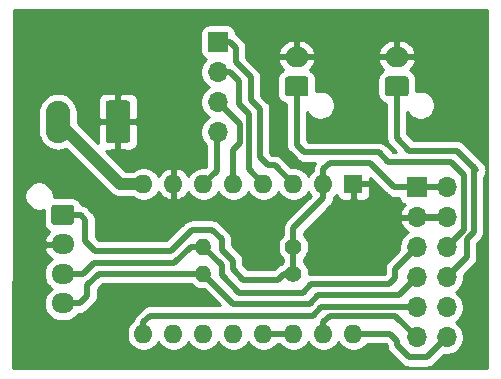
<source format=gbr>
%TF.GenerationSoftware,KiCad,Pcbnew,(5.1.6)-1*%
%TF.CreationDate,2022-03-03T12:09:35+01:00*%
%TF.ProjectId,pmod_shield,706d6f64-5f73-4686-9965-6c642e6b6963,rev?*%
%TF.SameCoordinates,Original*%
%TF.FileFunction,Copper,L2,Bot*%
%TF.FilePolarity,Positive*%
%FSLAX46Y46*%
G04 Gerber Fmt 4.6, Leading zero omitted, Abs format (unit mm)*
G04 Created by KiCad (PCBNEW (5.1.6)-1) date 2022-03-03 12:09:35*
%MOMM*%
%LPD*%
G01*
G04 APERTURE LIST*
%TA.AperFunction,ComponentPad*%
%ADD10O,1.600000X1.600000*%
%TD*%
%TA.AperFunction,ComponentPad*%
%ADD11R,1.600000X1.600000*%
%TD*%
%TA.AperFunction,ComponentPad*%
%ADD12O,2.000000X1.700000*%
%TD*%
%TA.AperFunction,ComponentPad*%
%ADD13O,1.950000X1.700000*%
%TD*%
%TA.AperFunction,ComponentPad*%
%ADD14O,2.080000X3.600000*%
%TD*%
%TA.AperFunction,ComponentPad*%
%ADD15O,1.700000X1.700000*%
%TD*%
%TA.AperFunction,ComponentPad*%
%ADD16R,1.700000X1.700000*%
%TD*%
%TA.AperFunction,ComponentPad*%
%ADD17C,1.400000*%
%TD*%
%TA.AperFunction,ComponentPad*%
%ADD18O,1.400000X1.400000*%
%TD*%
%TA.AperFunction,Conductor*%
%ADD19C,0.500000*%
%TD*%
%TA.AperFunction,Conductor*%
%ADD20C,1.000000*%
%TD*%
%TA.AperFunction,Conductor*%
%ADD21C,0.254000*%
%TD*%
G04 APERTURE END LIST*
D10*
%TO.P,A1,16*%
%TO.N,dir*%
X155638500Y-106807000D03*
%TO.P,A1,8*%
%TO.N,+12V*%
X137858500Y-94107000D03*
%TO.P,A1,15*%
%TO.N,step*%
X153098500Y-106807000D03*
%TO.P,A1,7*%
%TO.N,GND*%
X140398500Y-94107000D03*
%TO.P,A1,14*%
%TO.N,Net-(A1-Pad13)*%
X150558500Y-106807000D03*
%TO.P,A1,6*%
%TO.N,Net-(A1-Pad6)*%
X142938500Y-94107000D03*
%TO.P,A1,13*%
%TO.N,Net-(A1-Pad13)*%
X148018500Y-106807000D03*
%TO.P,A1,5*%
%TO.N,Net-(A1-Pad5)*%
X145478500Y-94107000D03*
%TO.P,A1,12*%
%TO.N,Net-(A1-Pad12)*%
X145478500Y-106807000D03*
%TO.P,A1,4*%
%TO.N,Net-(A1-Pad4)*%
X148018500Y-94107000D03*
%TO.P,A1,11*%
%TO.N,Net-(A1-Pad11)*%
X142938500Y-106807000D03*
%TO.P,A1,3*%
%TO.N,Net-(A1-Pad3)*%
X150558500Y-94107000D03*
%TO.P,A1,10*%
%TO.N,Net-(A1-Pad10)*%
X140398500Y-106807000D03*
%TO.P,A1,2*%
%TO.N,+3V3*%
X153098500Y-94107000D03*
%TO.P,A1,9*%
%TO.N,ena*%
X137858500Y-106807000D03*
D11*
%TO.P,A1,1*%
%TO.N,GND*%
X155638500Y-94107000D03*
%TD*%
D12*
%TO.P,J5,2*%
%TO.N,GND*%
X159308800Y-83352000D03*
%TO.P,J5,1*%
%TO.N,stop2*%
%TA.AperFunction,ComponentPad*%
G36*
G01*
X160058800Y-86702000D02*
X158558800Y-86702000D01*
G75*
G02*
X158308800Y-86452000I0J250000D01*
G01*
X158308800Y-85252000D01*
G75*
G02*
X158558800Y-85002000I250000J0D01*
G01*
X160058800Y-85002000D01*
G75*
G02*
X160308800Y-85252000I0J-250000D01*
G01*
X160308800Y-86452000D01*
G75*
G02*
X160058800Y-86702000I-250000J0D01*
G01*
G37*
%TD.AperFunction*%
%TD*%
%TO.P,J4,2*%
%TO.N,GND*%
X150825200Y-83352000D03*
%TO.P,J4,1*%
%TO.N,stop1*%
%TA.AperFunction,ComponentPad*%
G36*
G01*
X151575200Y-86702000D02*
X150075200Y-86702000D01*
G75*
G02*
X149825200Y-86452000I0J250000D01*
G01*
X149825200Y-85252000D01*
G75*
G02*
X150075200Y-85002000I250000J0D01*
G01*
X151575200Y-85002000D01*
G75*
G02*
X151825200Y-85252000I0J-250000D01*
G01*
X151825200Y-86452000D01*
G75*
G02*
X151575200Y-86702000I-250000J0D01*
G01*
G37*
%TD.AperFunction*%
%TD*%
D13*
%TO.P,J6,4*%
%TO.N,scl*%
X131013200Y-104223200D03*
%TO.P,J6,3*%
%TO.N,sda*%
X131013200Y-101723200D03*
%TO.P,J6,2*%
%TO.N,GND*%
X131013200Y-99223200D03*
%TO.P,J6,1*%
%TO.N,+3V3*%
%TA.AperFunction,ComponentPad*%
G36*
G01*
X130288200Y-95873200D02*
X131738200Y-95873200D01*
G75*
G02*
X131988200Y-96123200I0J-250000D01*
G01*
X131988200Y-97323200D01*
G75*
G02*
X131738200Y-97573200I-250000J0D01*
G01*
X130288200Y-97573200D01*
G75*
G02*
X130038200Y-97323200I0J250000D01*
G01*
X130038200Y-96123200D01*
G75*
G02*
X130288200Y-95873200I250000J0D01*
G01*
G37*
%TD.AperFunction*%
%TD*%
D14*
%TO.P,J3,2*%
%TO.N,+12V*%
X130619500Y-88836500D03*
%TO.P,J3,1*%
%TO.N,GND*%
%TA.AperFunction,ComponentPad*%
G36*
G01*
X136739500Y-87286499D02*
X136739500Y-90386501D01*
G75*
G02*
X136489501Y-90636500I-249999J0D01*
G01*
X134909499Y-90636500D01*
G75*
G02*
X134659500Y-90386501I0J249999D01*
G01*
X134659500Y-87286499D01*
G75*
G02*
X134909499Y-87036500I249999J0D01*
G01*
X136489501Y-87036500D01*
G75*
G02*
X136739500Y-87286499I0J-249999D01*
G01*
G37*
%TD.AperFunction*%
%TD*%
D15*
%TO.P,J2,12*%
%TO.N,dir*%
X163525200Y-107086400D03*
%TO.P,J2,11*%
%TO.N,step*%
X160985200Y-107086400D03*
%TO.P,J2,10*%
%TO.N,Net-(J2-Pad10)*%
X163525200Y-104546400D03*
%TO.P,J2,9*%
%TO.N,ena*%
X160985200Y-104546400D03*
%TO.P,J2,8*%
%TO.N,stop2*%
X163525200Y-102006400D03*
%TO.P,J2,7*%
%TO.N,scl*%
X160985200Y-102006400D03*
%TO.P,J2,6*%
%TO.N,stop1*%
X163525200Y-99466400D03*
%TO.P,J2,5*%
%TO.N,sda*%
X160985200Y-99466400D03*
%TO.P,J2,4*%
%TO.N,GND*%
X163525200Y-96926400D03*
%TO.P,J2,3*%
X160985200Y-96926400D03*
%TO.P,J2,2*%
%TO.N,+3V3*%
X163525200Y-94386400D03*
D16*
%TO.P,J2,1*%
X160985200Y-94386400D03*
%TD*%
D17*
%TO.P,R2,1*%
%TO.N,+3V3*%
X150558500Y-101701600D03*
D18*
%TO.P,R2,2*%
%TO.N,scl*%
X142938500Y-101701600D03*
%TD*%
D17*
%TO.P,R1,1*%
%TO.N,+3V3*%
X150558500Y-99415600D03*
D18*
%TO.P,R1,2*%
%TO.N,sda*%
X142938500Y-99415600D03*
%TD*%
D15*
%TO.P,J1,4*%
%TO.N,Net-(A1-Pad6)*%
X144170400Y-89712800D03*
%TO.P,J1,3*%
%TO.N,Net-(A1-Pad5)*%
X144170400Y-87172800D03*
%TO.P,J1,2*%
%TO.N,Net-(A1-Pad4)*%
X144170400Y-84632800D03*
D16*
%TO.P,J1,1*%
%TO.N,Net-(A1-Pad3)*%
X144170400Y-82092800D03*
%TD*%
D19*
%TO.N,dir*%
X161848800Y-108762800D02*
X160324800Y-108762800D01*
X163525200Y-107086400D02*
X161848800Y-108762800D01*
X155638500Y-106807000D02*
X158724600Y-106807000D01*
X158724600Y-106807000D02*
X159334200Y-107416600D01*
X159334200Y-107416600D02*
X159334200Y-107772200D01*
X160324800Y-108762800D02*
X159334200Y-107772200D01*
D20*
%TO.N,+12V*%
X135890000Y-94107000D02*
X137858500Y-94107000D01*
X130619500Y-88836500D02*
X135890000Y-94107000D01*
D19*
%TO.N,step*%
X153670000Y-105257600D02*
X159156400Y-105257600D01*
X153098500Y-106807000D02*
X153098500Y-105829100D01*
X159156400Y-105257600D02*
X160985200Y-107086400D01*
X153098500Y-105829100D02*
X153670000Y-105257600D01*
%TO.N,GND*%
X160985200Y-96926400D02*
X163525200Y-96926400D01*
%TO.N,Net-(A1-Pad13)*%
X148018500Y-106807000D02*
X150558500Y-106807000D01*
%TO.N,Net-(A1-Pad6)*%
X142938500Y-94107000D02*
X144068800Y-92976700D01*
X144068800Y-89814400D02*
X144170400Y-89712800D01*
X144068800Y-92976700D02*
X144068800Y-89814400D01*
%TO.N,Net-(A1-Pad5)*%
X145478500Y-94107000D02*
X145478500Y-91198700D01*
X145478500Y-91198700D02*
X145999200Y-90678000D01*
X145999200Y-89001600D02*
X144170400Y-87172800D01*
X145999200Y-90678000D02*
X145999200Y-89001600D01*
%TO.N,Net-(A1-Pad4)*%
X145186400Y-84632800D02*
X144170400Y-84632800D01*
X145948400Y-87376000D02*
X145948400Y-85394800D01*
X148018500Y-94107000D02*
X146761200Y-92849700D01*
X146761200Y-92849700D02*
X146761200Y-88188800D01*
X146761200Y-88188800D02*
X145948400Y-87376000D01*
X145948400Y-85394800D02*
X145186400Y-84632800D01*
%TO.N,Net-(A1-Pad3)*%
X150558500Y-94107000D02*
X148958300Y-92506800D01*
X148958300Y-92506800D02*
X148386800Y-92506800D01*
X148386800Y-92506800D02*
X147726400Y-91846400D01*
X147726400Y-91846400D02*
X147726400Y-87782400D01*
X147726400Y-87782400D02*
X146964400Y-87020400D01*
X146964400Y-87020400D02*
X146964400Y-85090000D01*
X146964400Y-85090000D02*
X145694400Y-83820000D01*
X144170400Y-82092800D02*
X145186400Y-82092800D01*
X145694400Y-82600800D02*
X145694400Y-83820000D01*
X145186400Y-82092800D02*
X145694400Y-82600800D01*
%TO.N,+3V3*%
X150558500Y-99415600D02*
X150558500Y-101701600D01*
X150558500Y-99415600D02*
X150558500Y-97853500D01*
X153098500Y-95313500D02*
X153098500Y-94107000D01*
X150558500Y-97853500D02*
X153098500Y-95313500D01*
X150558500Y-101701600D02*
X149758400Y-101701600D01*
X149758400Y-101701600D02*
X149250400Y-102209600D01*
X149250400Y-102209600D02*
X146304000Y-102209600D01*
X146304000Y-102209600D02*
X145440400Y-101346000D01*
X145440400Y-101346000D02*
X145440400Y-100634800D01*
X145440400Y-100634800D02*
X144475200Y-99669600D01*
X144475200Y-99669600D02*
X144475200Y-98806000D01*
X144475200Y-98806000D02*
X143662400Y-97993200D01*
X143662400Y-97993200D02*
X141935200Y-97993200D01*
X141935200Y-97993200D02*
X140157200Y-99771200D01*
X140157200Y-99771200D02*
X133756400Y-99771200D01*
X133756400Y-99771200D02*
X132943600Y-98958400D01*
X132943600Y-98958400D02*
X132943600Y-97129600D01*
X132537200Y-96723200D02*
X131013200Y-96723200D01*
X132943600Y-97129600D02*
X132537200Y-96723200D01*
X160985200Y-94386400D02*
X163525200Y-94386400D01*
X160985200Y-94386400D02*
X159105600Y-94386400D01*
X159105600Y-94386400D02*
X157022800Y-92303600D01*
X157022800Y-92303600D02*
X153670000Y-92303600D01*
X153098500Y-92875100D02*
X153098500Y-94107000D01*
X153670000Y-92303600D02*
X153098500Y-92875100D01*
%TO.N,ena*%
X160985200Y-104546400D02*
X152908000Y-104546400D01*
X152908000Y-104546400D02*
X152196800Y-105257600D01*
X152196800Y-105257600D02*
X138430000Y-105257600D01*
X137858500Y-105829100D02*
X137858500Y-106807000D01*
X138430000Y-105257600D02*
X137858500Y-105829100D01*
%TO.N,scl*%
X145478500Y-104241600D02*
X151942800Y-104241600D01*
X142938500Y-101701600D02*
X145478500Y-104241600D01*
X142938500Y-101701600D02*
X134061200Y-101701600D01*
X134061200Y-101701600D02*
X133096000Y-102666800D01*
X133096000Y-102666800D02*
X133096000Y-103581200D01*
X132454000Y-104223200D02*
X131013200Y-104223200D01*
X133096000Y-103581200D02*
X132454000Y-104223200D01*
X160985200Y-102006400D02*
X159461200Y-103530400D01*
X152654000Y-103530400D02*
X151942800Y-104241600D01*
X159461200Y-103530400D02*
X152654000Y-103530400D01*
%TO.N,sda*%
X145948400Y-103327200D02*
X151333200Y-103327200D01*
X144475200Y-100952300D02*
X144475200Y-101854000D01*
X142938500Y-99415600D02*
X144475200Y-100952300D01*
X144475200Y-101854000D02*
X145948400Y-103327200D01*
X133654800Y-100838000D02*
X132769600Y-101723200D01*
X132769600Y-101723200D02*
X131013200Y-101723200D01*
X140462000Y-100838000D02*
X133654800Y-100838000D01*
X142938500Y-99415600D02*
X141884400Y-99415600D01*
X141884400Y-99415600D02*
X140462000Y-100838000D01*
X160985200Y-99466400D02*
X159156400Y-101295200D01*
X159156400Y-101295200D02*
X159156400Y-102057200D01*
X158623000Y-102590600D02*
X152069800Y-102590600D01*
X159156400Y-102057200D02*
X158623000Y-102590600D01*
X151333200Y-103327200D02*
X152069800Y-102590600D01*
%TO.N,stop2*%
X163525200Y-102006400D02*
X165252400Y-100279200D01*
X164388800Y-91287600D02*
X160375600Y-91287600D01*
X159308800Y-90220800D02*
X159308800Y-85852000D01*
X160375600Y-91287600D02*
X159308800Y-90220800D01*
X165252400Y-99466400D02*
X165252400Y-99161600D01*
X165252400Y-99466400D02*
X165252400Y-98729163D01*
X165252400Y-100279200D02*
X165252400Y-99466400D01*
X165658800Y-92557600D02*
X165811200Y-92710000D01*
X165658800Y-92557600D02*
X164388800Y-91287600D01*
X166014400Y-92913200D02*
X165658800Y-92557600D01*
X165811200Y-92710000D02*
X165811200Y-98145600D01*
X165811200Y-98145600D02*
X165823581Y-98157981D01*
X165252400Y-98729163D02*
X165823581Y-98157981D01*
%TO.N,stop1*%
X164769800Y-98221800D02*
X163525200Y-99466400D01*
X150825200Y-90779600D02*
X150825200Y-85852000D01*
X151485600Y-91440000D02*
X150825200Y-90779600D01*
X164998400Y-97993200D02*
X164998400Y-93370400D01*
X163880800Y-92252800D02*
X158597600Y-92252800D01*
X164769800Y-98221800D02*
X164998400Y-97993200D01*
X157784800Y-91440000D02*
X151485600Y-91440000D01*
X164998400Y-93370400D02*
X163880800Y-92252800D01*
X158597600Y-92252800D02*
X157784800Y-91440000D01*
%TD*%
D21*
%TO.N,GND*%
G36*
X166980001Y-109728400D02*
G01*
X126848916Y-109728400D01*
X126887167Y-95001563D01*
X127778200Y-95001563D01*
X127778200Y-95244837D01*
X127825660Y-95483436D01*
X127918757Y-95708192D01*
X128053913Y-95910467D01*
X128225933Y-96082487D01*
X128428208Y-96217643D01*
X128652964Y-96310740D01*
X128891563Y-96358200D01*
X129134837Y-96358200D01*
X129373436Y-96310740D01*
X129400128Y-96299684D01*
X129400128Y-97323200D01*
X129417192Y-97496454D01*
X129467728Y-97663050D01*
X129549795Y-97816586D01*
X129660238Y-97951162D01*
X129794814Y-98061605D01*
X129900161Y-98117914D01*
X129878771Y-98134151D01*
X129685704Y-98352007D01*
X129538848Y-98603342D01*
X129446724Y-98866310D01*
X129568045Y-99096200D01*
X130886200Y-99096200D01*
X130886200Y-99076200D01*
X131140200Y-99076200D01*
X131140200Y-99096200D01*
X131160200Y-99096200D01*
X131160200Y-99350200D01*
X131140200Y-99350200D01*
X131140200Y-99370200D01*
X130886200Y-99370200D01*
X130886200Y-99350200D01*
X129568045Y-99350200D01*
X129446724Y-99580090D01*
X129538848Y-99843058D01*
X129685704Y-100094393D01*
X129878771Y-100312249D01*
X130084922Y-100468738D01*
X130059186Y-100482494D01*
X129833066Y-100668066D01*
X129647494Y-100894186D01*
X129509601Y-101152166D01*
X129424687Y-101432089D01*
X129396015Y-101723200D01*
X129424687Y-102014311D01*
X129509601Y-102294234D01*
X129647494Y-102552214D01*
X129833066Y-102778334D01*
X130059186Y-102963906D01*
X130076574Y-102973200D01*
X130059186Y-102982494D01*
X129833066Y-103168066D01*
X129647494Y-103394186D01*
X129509601Y-103652166D01*
X129424687Y-103932089D01*
X129396015Y-104223200D01*
X129424687Y-104514311D01*
X129509601Y-104794234D01*
X129647494Y-105052214D01*
X129833066Y-105278334D01*
X130059186Y-105463906D01*
X130317166Y-105601799D01*
X130597089Y-105686713D01*
X130815250Y-105708200D01*
X131211150Y-105708200D01*
X131429311Y-105686713D01*
X131709234Y-105601799D01*
X131967214Y-105463906D01*
X132193334Y-105278334D01*
X132332959Y-105108200D01*
X132410531Y-105108200D01*
X132454000Y-105112481D01*
X132497469Y-105108200D01*
X132497477Y-105108200D01*
X132627490Y-105095395D01*
X132794313Y-105044789D01*
X132948059Y-104962611D01*
X133082817Y-104852017D01*
X133110534Y-104818244D01*
X133691049Y-104237730D01*
X133724817Y-104210017D01*
X133794223Y-104125447D01*
X133835410Y-104075260D01*
X133839232Y-104068110D01*
X133917589Y-103921513D01*
X133968195Y-103754690D01*
X133981000Y-103624677D01*
X133981000Y-103624667D01*
X133985281Y-103581201D01*
X133981000Y-103537735D01*
X133981000Y-103033378D01*
X134427779Y-102586600D01*
X141935525Y-102586600D01*
X142087487Y-102738562D01*
X142306141Y-102884661D01*
X142549095Y-102985296D01*
X142807014Y-103036600D01*
X143021922Y-103036600D01*
X144357921Y-104372600D01*
X138473466Y-104372600D01*
X138429999Y-104368319D01*
X138386533Y-104372600D01*
X138386523Y-104372600D01*
X138256510Y-104385405D01*
X138089687Y-104436011D01*
X137935941Y-104518189D01*
X137801183Y-104628783D01*
X137773468Y-104662554D01*
X137263456Y-105172566D01*
X137229683Y-105200283D01*
X137119089Y-105335042D01*
X137036911Y-105488788D01*
X136986305Y-105655611D01*
X136985429Y-105664508D01*
X136943741Y-105692363D01*
X136743863Y-105892241D01*
X136586820Y-106127273D01*
X136478647Y-106388426D01*
X136423500Y-106665665D01*
X136423500Y-106948335D01*
X136478647Y-107225574D01*
X136586820Y-107486727D01*
X136743863Y-107721759D01*
X136943741Y-107921637D01*
X137178773Y-108078680D01*
X137439926Y-108186853D01*
X137717165Y-108242000D01*
X137999835Y-108242000D01*
X138277074Y-108186853D01*
X138538227Y-108078680D01*
X138773259Y-107921637D01*
X138973137Y-107721759D01*
X139128500Y-107489241D01*
X139283863Y-107721759D01*
X139483741Y-107921637D01*
X139718773Y-108078680D01*
X139979926Y-108186853D01*
X140257165Y-108242000D01*
X140539835Y-108242000D01*
X140817074Y-108186853D01*
X141078227Y-108078680D01*
X141313259Y-107921637D01*
X141513137Y-107721759D01*
X141668500Y-107489241D01*
X141823863Y-107721759D01*
X142023741Y-107921637D01*
X142258773Y-108078680D01*
X142519926Y-108186853D01*
X142797165Y-108242000D01*
X143079835Y-108242000D01*
X143357074Y-108186853D01*
X143618227Y-108078680D01*
X143853259Y-107921637D01*
X144053137Y-107721759D01*
X144208500Y-107489241D01*
X144363863Y-107721759D01*
X144563741Y-107921637D01*
X144798773Y-108078680D01*
X145059926Y-108186853D01*
X145337165Y-108242000D01*
X145619835Y-108242000D01*
X145897074Y-108186853D01*
X146158227Y-108078680D01*
X146393259Y-107921637D01*
X146593137Y-107721759D01*
X146748500Y-107489241D01*
X146903863Y-107721759D01*
X147103741Y-107921637D01*
X147338773Y-108078680D01*
X147599926Y-108186853D01*
X147877165Y-108242000D01*
X148159835Y-108242000D01*
X148437074Y-108186853D01*
X148698227Y-108078680D01*
X148933259Y-107921637D01*
X149133137Y-107721759D01*
X149153021Y-107692000D01*
X149423979Y-107692000D01*
X149443863Y-107721759D01*
X149643741Y-107921637D01*
X149878773Y-108078680D01*
X150139926Y-108186853D01*
X150417165Y-108242000D01*
X150699835Y-108242000D01*
X150977074Y-108186853D01*
X151238227Y-108078680D01*
X151473259Y-107921637D01*
X151673137Y-107721759D01*
X151828500Y-107489241D01*
X151983863Y-107721759D01*
X152183741Y-107921637D01*
X152418773Y-108078680D01*
X152679926Y-108186853D01*
X152957165Y-108242000D01*
X153239835Y-108242000D01*
X153517074Y-108186853D01*
X153778227Y-108078680D01*
X154013259Y-107921637D01*
X154213137Y-107721759D01*
X154368500Y-107489241D01*
X154523863Y-107721759D01*
X154723741Y-107921637D01*
X154958773Y-108078680D01*
X155219926Y-108186853D01*
X155497165Y-108242000D01*
X155779835Y-108242000D01*
X156057074Y-108186853D01*
X156318227Y-108078680D01*
X156553259Y-107921637D01*
X156753137Y-107721759D01*
X156773021Y-107692000D01*
X158358022Y-107692000D01*
X158445651Y-107779629D01*
X158449200Y-107815669D01*
X158449200Y-107815677D01*
X158462005Y-107945690D01*
X158512611Y-108112513D01*
X158594789Y-108266259D01*
X158705384Y-108401017D01*
X158739151Y-108428729D01*
X159668270Y-109357849D01*
X159695983Y-109391617D01*
X159729751Y-109419330D01*
X159729753Y-109419332D01*
X159801252Y-109478010D01*
X159830741Y-109502211D01*
X159984487Y-109584389D01*
X160100703Y-109619643D01*
X160151309Y-109634995D01*
X160166106Y-109636452D01*
X160281323Y-109647800D01*
X160281331Y-109647800D01*
X160324800Y-109652081D01*
X160368269Y-109647800D01*
X161805331Y-109647800D01*
X161848800Y-109652081D01*
X161892269Y-109647800D01*
X161892277Y-109647800D01*
X162022290Y-109634995D01*
X162189113Y-109584389D01*
X162342859Y-109502211D01*
X162477617Y-109391617D01*
X162505334Y-109357844D01*
X163306240Y-108556939D01*
X163378940Y-108571400D01*
X163671460Y-108571400D01*
X163958358Y-108514332D01*
X164228611Y-108402390D01*
X164471832Y-108239875D01*
X164678675Y-108033032D01*
X164841190Y-107789811D01*
X164953132Y-107519558D01*
X165010200Y-107232660D01*
X165010200Y-106940140D01*
X164953132Y-106653242D01*
X164841190Y-106382989D01*
X164678675Y-106139768D01*
X164471832Y-105932925D01*
X164297440Y-105816400D01*
X164471832Y-105699875D01*
X164678675Y-105493032D01*
X164841190Y-105249811D01*
X164953132Y-104979558D01*
X165010200Y-104692660D01*
X165010200Y-104400140D01*
X164953132Y-104113242D01*
X164841190Y-103842989D01*
X164678675Y-103599768D01*
X164471832Y-103392925D01*
X164297440Y-103276400D01*
X164471832Y-103159875D01*
X164678675Y-102953032D01*
X164841190Y-102709811D01*
X164953132Y-102439558D01*
X165010200Y-102152660D01*
X165010200Y-101860140D01*
X164995739Y-101787440D01*
X165847450Y-100935729D01*
X165881217Y-100908017D01*
X165926431Y-100852925D01*
X165991811Y-100773259D01*
X166073989Y-100619514D01*
X166124595Y-100452690D01*
X166127053Y-100427732D01*
X166137400Y-100322677D01*
X166137400Y-100322669D01*
X166141681Y-100279200D01*
X166137400Y-100235731D01*
X166137400Y-99095741D01*
X166418628Y-98814512D01*
X166452398Y-98786798D01*
X166496868Y-98732611D01*
X166562992Y-98652040D01*
X166645170Y-98498294D01*
X166695776Y-98331471D01*
X166712862Y-98157980D01*
X166696200Y-97988795D01*
X166696200Y-93477457D01*
X166753810Y-93407258D01*
X166835988Y-93253513D01*
X166886594Y-93086689D01*
X166903681Y-92913199D01*
X166886594Y-92739709D01*
X166835988Y-92572886D01*
X166753810Y-92419141D01*
X166670932Y-92318154D01*
X166467732Y-92114954D01*
X166440017Y-92081183D01*
X166406245Y-92053467D01*
X166315337Y-91962559D01*
X166315332Y-91962553D01*
X165045334Y-90692556D01*
X165017617Y-90658783D01*
X164882859Y-90548189D01*
X164729113Y-90466011D01*
X164562290Y-90415405D01*
X164432277Y-90402600D01*
X164432269Y-90402600D01*
X164388800Y-90398319D01*
X164345331Y-90402600D01*
X160742179Y-90402600D01*
X160193800Y-89854222D01*
X160193800Y-87987363D01*
X160214357Y-88036992D01*
X160349513Y-88239267D01*
X160521533Y-88411287D01*
X160723808Y-88546443D01*
X160948564Y-88639540D01*
X161187163Y-88687000D01*
X161430437Y-88687000D01*
X161669036Y-88639540D01*
X161893792Y-88546443D01*
X162096067Y-88411287D01*
X162268087Y-88239267D01*
X162403243Y-88036992D01*
X162496340Y-87812236D01*
X162543800Y-87573637D01*
X162543800Y-87330363D01*
X162496340Y-87091764D01*
X162403243Y-86867008D01*
X162268087Y-86664733D01*
X162096067Y-86492713D01*
X161893792Y-86357557D01*
X161669036Y-86264460D01*
X161430437Y-86217000D01*
X161187163Y-86217000D01*
X160948564Y-86264460D01*
X160946872Y-86265161D01*
X160946872Y-85252000D01*
X160929808Y-85078746D01*
X160879272Y-84912150D01*
X160797205Y-84758614D01*
X160686762Y-84624038D01*
X160552186Y-84513595D01*
X160450207Y-84459086D01*
X160450595Y-84458802D01*
X160647464Y-84244046D01*
X160798654Y-83995009D01*
X160898354Y-83721261D01*
X160900276Y-83708890D01*
X160778955Y-83479000D01*
X159435800Y-83479000D01*
X159435800Y-83499000D01*
X159181800Y-83499000D01*
X159181800Y-83479000D01*
X157838645Y-83479000D01*
X157717324Y-83708890D01*
X157719246Y-83721261D01*
X157818946Y-83995009D01*
X157970136Y-84244046D01*
X158167005Y-84458802D01*
X158167393Y-84459086D01*
X158065414Y-84513595D01*
X157930838Y-84624038D01*
X157820395Y-84758614D01*
X157738328Y-84912150D01*
X157687792Y-85078746D01*
X157670728Y-85252000D01*
X157670728Y-86452000D01*
X157687792Y-86625254D01*
X157738328Y-86791850D01*
X157820395Y-86945386D01*
X157930838Y-87079962D01*
X158065414Y-87190405D01*
X158218950Y-87272472D01*
X158385546Y-87323008D01*
X158423801Y-87326776D01*
X158423800Y-90177331D01*
X158419519Y-90220800D01*
X158423800Y-90264269D01*
X158423800Y-90264276D01*
X158433251Y-90360236D01*
X158436605Y-90394290D01*
X158443255Y-90416211D01*
X158487211Y-90561112D01*
X158569389Y-90714858D01*
X158679983Y-90849617D01*
X158713756Y-90877334D01*
X159204222Y-91367800D01*
X158964179Y-91367800D01*
X158441334Y-90844956D01*
X158413617Y-90811183D01*
X158278859Y-90700589D01*
X158125113Y-90618411D01*
X157958290Y-90567805D01*
X157828277Y-90555000D01*
X157828269Y-90555000D01*
X157784800Y-90550719D01*
X157741331Y-90555000D01*
X151852179Y-90555000D01*
X151710200Y-90413022D01*
X151710200Y-87987363D01*
X151730757Y-88036992D01*
X151865913Y-88239267D01*
X152037933Y-88411287D01*
X152240208Y-88546443D01*
X152464964Y-88639540D01*
X152703563Y-88687000D01*
X152946837Y-88687000D01*
X153185436Y-88639540D01*
X153410192Y-88546443D01*
X153612467Y-88411287D01*
X153784487Y-88239267D01*
X153919643Y-88036992D01*
X154012740Y-87812236D01*
X154060200Y-87573637D01*
X154060200Y-87330363D01*
X154012740Y-87091764D01*
X153919643Y-86867008D01*
X153784487Y-86664733D01*
X153612467Y-86492713D01*
X153410192Y-86357557D01*
X153185436Y-86264460D01*
X152946837Y-86217000D01*
X152703563Y-86217000D01*
X152464964Y-86264460D01*
X152463272Y-86265161D01*
X152463272Y-85252000D01*
X152446208Y-85078746D01*
X152395672Y-84912150D01*
X152313605Y-84758614D01*
X152203162Y-84624038D01*
X152068586Y-84513595D01*
X151966607Y-84459086D01*
X151966995Y-84458802D01*
X152163864Y-84244046D01*
X152315054Y-83995009D01*
X152414754Y-83721261D01*
X152416676Y-83708890D01*
X152295355Y-83479000D01*
X150952200Y-83479000D01*
X150952200Y-83499000D01*
X150698200Y-83499000D01*
X150698200Y-83479000D01*
X149355045Y-83479000D01*
X149233724Y-83708890D01*
X149235646Y-83721261D01*
X149335346Y-83995009D01*
X149486536Y-84244046D01*
X149683405Y-84458802D01*
X149683793Y-84459086D01*
X149581814Y-84513595D01*
X149447238Y-84624038D01*
X149336795Y-84758614D01*
X149254728Y-84912150D01*
X149204192Y-85078746D01*
X149187128Y-85252000D01*
X149187128Y-86452000D01*
X149204192Y-86625254D01*
X149254728Y-86791850D01*
X149336795Y-86945386D01*
X149447238Y-87079962D01*
X149581814Y-87190405D01*
X149735350Y-87272472D01*
X149901946Y-87323008D01*
X149940201Y-87326776D01*
X149940200Y-90736131D01*
X149935919Y-90779600D01*
X149940200Y-90823069D01*
X149940200Y-90823076D01*
X149951412Y-90936914D01*
X149953005Y-90953090D01*
X149966007Y-90995950D01*
X150003611Y-91119912D01*
X150085789Y-91273658D01*
X150196383Y-91408417D01*
X150230156Y-91436134D01*
X150829070Y-92035049D01*
X150856783Y-92068817D01*
X150890551Y-92096530D01*
X150890553Y-92096532D01*
X150991541Y-92179411D01*
X151145286Y-92261589D01*
X151283780Y-92303601D01*
X151312110Y-92312195D01*
X151442123Y-92325000D01*
X151442131Y-92325000D01*
X151485600Y-92329281D01*
X151529069Y-92325000D01*
X152405082Y-92325000D01*
X152359089Y-92381042D01*
X152276911Y-92534788D01*
X152241657Y-92651004D01*
X152235288Y-92672000D01*
X152226305Y-92701611D01*
X152213500Y-92831624D01*
X152213500Y-92831631D01*
X152209219Y-92875100D01*
X152213500Y-92918570D01*
X152213500Y-92972479D01*
X152183741Y-92992363D01*
X151983863Y-93192241D01*
X151828500Y-93424759D01*
X151673137Y-93192241D01*
X151473259Y-92992363D01*
X151238227Y-92835320D01*
X150977074Y-92727147D01*
X150699835Y-92672000D01*
X150417165Y-92672000D01*
X150382061Y-92678983D01*
X149614834Y-91911756D01*
X149587117Y-91877983D01*
X149452359Y-91767389D01*
X149298613Y-91685211D01*
X149131790Y-91634605D01*
X149001777Y-91621800D01*
X149001769Y-91621800D01*
X148958300Y-91617519D01*
X148914831Y-91621800D01*
X148753379Y-91621800D01*
X148611400Y-91479822D01*
X148611400Y-87825869D01*
X148615681Y-87782400D01*
X148611400Y-87738931D01*
X148611400Y-87738923D01*
X148598595Y-87608910D01*
X148547989Y-87442087D01*
X148465811Y-87288341D01*
X148395371Y-87202510D01*
X148382932Y-87187353D01*
X148382930Y-87187351D01*
X148355217Y-87153583D01*
X148321449Y-87125870D01*
X147849400Y-86653822D01*
X147849400Y-85133465D01*
X147853681Y-85089999D01*
X147849400Y-85046533D01*
X147849400Y-85046523D01*
X147836595Y-84916510D01*
X147785989Y-84749687D01*
X147703811Y-84595941D01*
X147593217Y-84461183D01*
X147559449Y-84433470D01*
X146579400Y-83453422D01*
X146579400Y-82995110D01*
X149233724Y-82995110D01*
X149355045Y-83225000D01*
X150698200Y-83225000D01*
X150698200Y-82024768D01*
X150952200Y-82024768D01*
X150952200Y-83225000D01*
X152295355Y-83225000D01*
X152416676Y-82995110D01*
X157717324Y-82995110D01*
X157838645Y-83225000D01*
X159181800Y-83225000D01*
X159181800Y-82024768D01*
X159435800Y-82024768D01*
X159435800Y-83225000D01*
X160778955Y-83225000D01*
X160900276Y-82995110D01*
X160898354Y-82982739D01*
X160798654Y-82708991D01*
X160647464Y-82459954D01*
X160450595Y-82245198D01*
X160215612Y-82072975D01*
X159951545Y-81949904D01*
X159668542Y-81880715D01*
X159435800Y-82024768D01*
X159181800Y-82024768D01*
X158949058Y-81880715D01*
X158666055Y-81949904D01*
X158401988Y-82072975D01*
X158167005Y-82245198D01*
X157970136Y-82459954D01*
X157818946Y-82708991D01*
X157719246Y-82982739D01*
X157717324Y-82995110D01*
X152416676Y-82995110D01*
X152414754Y-82982739D01*
X152315054Y-82708991D01*
X152163864Y-82459954D01*
X151966995Y-82245198D01*
X151732012Y-82072975D01*
X151467945Y-81949904D01*
X151184942Y-81880715D01*
X150952200Y-82024768D01*
X150698200Y-82024768D01*
X150465458Y-81880715D01*
X150182455Y-81949904D01*
X149918388Y-82072975D01*
X149683405Y-82245198D01*
X149486536Y-82459954D01*
X149335346Y-82708991D01*
X149235646Y-82982739D01*
X149233724Y-82995110D01*
X146579400Y-82995110D01*
X146579400Y-82644265D01*
X146583681Y-82600799D01*
X146579400Y-82557333D01*
X146579400Y-82557323D01*
X146566595Y-82427310D01*
X146515989Y-82260487D01*
X146433811Y-82106741D01*
X146323217Y-81971983D01*
X146289445Y-81944267D01*
X145842934Y-81497756D01*
X145815217Y-81463983D01*
X145680459Y-81353389D01*
X145658472Y-81341637D01*
X145658472Y-81242800D01*
X145646212Y-81118318D01*
X145609902Y-80998620D01*
X145550937Y-80888306D01*
X145471585Y-80791615D01*
X145374894Y-80712263D01*
X145264580Y-80653298D01*
X145144882Y-80616988D01*
X145020400Y-80604728D01*
X143320400Y-80604728D01*
X143195918Y-80616988D01*
X143076220Y-80653298D01*
X142965906Y-80712263D01*
X142869215Y-80791615D01*
X142789863Y-80888306D01*
X142730898Y-80998620D01*
X142694588Y-81118318D01*
X142682328Y-81242800D01*
X142682328Y-82942800D01*
X142694588Y-83067282D01*
X142730898Y-83186980D01*
X142789863Y-83297294D01*
X142869215Y-83393985D01*
X142965906Y-83473337D01*
X143076220Y-83532302D01*
X143148780Y-83554313D01*
X143016925Y-83686168D01*
X142854410Y-83929389D01*
X142742468Y-84199642D01*
X142685400Y-84486540D01*
X142685400Y-84779060D01*
X142742468Y-85065958D01*
X142854410Y-85336211D01*
X143016925Y-85579432D01*
X143223768Y-85786275D01*
X143398160Y-85902800D01*
X143223768Y-86019325D01*
X143016925Y-86226168D01*
X142854410Y-86469389D01*
X142742468Y-86739642D01*
X142685400Y-87026540D01*
X142685400Y-87319060D01*
X142742468Y-87605958D01*
X142854410Y-87876211D01*
X143016925Y-88119432D01*
X143223768Y-88326275D01*
X143398160Y-88442800D01*
X143223768Y-88559325D01*
X143016925Y-88766168D01*
X142854410Y-89009389D01*
X142742468Y-89279642D01*
X142685400Y-89566540D01*
X142685400Y-89859060D01*
X142742468Y-90145958D01*
X142854410Y-90416211D01*
X143016925Y-90659432D01*
X143183801Y-90826308D01*
X143183800Y-92610121D01*
X143114939Y-92678983D01*
X143079835Y-92672000D01*
X142797165Y-92672000D01*
X142519926Y-92727147D01*
X142258773Y-92835320D01*
X142023741Y-92992363D01*
X141823863Y-93192241D01*
X141666820Y-93427273D01*
X141662433Y-93437865D01*
X141550885Y-93251869D01*
X141361914Y-93043481D01*
X141135920Y-92875963D01*
X140881587Y-92755754D01*
X140747539Y-92715096D01*
X140525500Y-92837085D01*
X140525500Y-93980000D01*
X140545500Y-93980000D01*
X140545500Y-94234000D01*
X140525500Y-94234000D01*
X140525500Y-95376915D01*
X140747539Y-95498904D01*
X140881587Y-95458246D01*
X141135920Y-95338037D01*
X141361914Y-95170519D01*
X141550885Y-94962131D01*
X141662433Y-94776135D01*
X141666820Y-94786727D01*
X141823863Y-95021759D01*
X142023741Y-95221637D01*
X142258773Y-95378680D01*
X142519926Y-95486853D01*
X142797165Y-95542000D01*
X143079835Y-95542000D01*
X143357074Y-95486853D01*
X143618227Y-95378680D01*
X143853259Y-95221637D01*
X144053137Y-95021759D01*
X144208500Y-94789241D01*
X144363863Y-95021759D01*
X144563741Y-95221637D01*
X144798773Y-95378680D01*
X145059926Y-95486853D01*
X145337165Y-95542000D01*
X145619835Y-95542000D01*
X145897074Y-95486853D01*
X146158227Y-95378680D01*
X146393259Y-95221637D01*
X146593137Y-95021759D01*
X146748500Y-94789241D01*
X146903863Y-95021759D01*
X147103741Y-95221637D01*
X147338773Y-95378680D01*
X147599926Y-95486853D01*
X147877165Y-95542000D01*
X148159835Y-95542000D01*
X148437074Y-95486853D01*
X148698227Y-95378680D01*
X148933259Y-95221637D01*
X149133137Y-95021759D01*
X149288500Y-94789241D01*
X149443863Y-95021759D01*
X149643741Y-95221637D01*
X149878773Y-95378680D01*
X150139926Y-95486853D01*
X150417165Y-95542000D01*
X150699835Y-95542000D01*
X150977074Y-95486853D01*
X151238227Y-95378680D01*
X151473259Y-95221637D01*
X151673137Y-95021759D01*
X151828500Y-94789241D01*
X151983863Y-95021759D01*
X152061263Y-95099159D01*
X149963451Y-97196971D01*
X149929684Y-97224683D01*
X149901971Y-97258451D01*
X149901968Y-97258454D01*
X149819090Y-97359441D01*
X149736912Y-97513187D01*
X149686305Y-97680010D01*
X149669219Y-97853500D01*
X149673501Y-97896979D01*
X149673501Y-98412624D01*
X149521538Y-98564587D01*
X149375439Y-98783241D01*
X149274804Y-99026195D01*
X149223500Y-99284114D01*
X149223500Y-99547086D01*
X149274804Y-99805005D01*
X149375439Y-100047959D01*
X149521538Y-100266613D01*
X149673500Y-100418575D01*
X149673501Y-100698624D01*
X149524349Y-100847776D01*
X149418087Y-100880011D01*
X149264341Y-100962189D01*
X149129583Y-101072783D01*
X149101866Y-101106556D01*
X148883822Y-101324600D01*
X146670579Y-101324600D01*
X146325400Y-100979422D01*
X146325400Y-100678269D01*
X146329681Y-100634800D01*
X146325400Y-100591331D01*
X146325400Y-100591323D01*
X146312595Y-100461310D01*
X146311665Y-100458242D01*
X146294002Y-100400017D01*
X146261989Y-100294487D01*
X146179811Y-100140741D01*
X146151062Y-100105710D01*
X146096932Y-100039753D01*
X146096930Y-100039751D01*
X146069217Y-100005983D01*
X146035449Y-99978270D01*
X145360200Y-99303022D01*
X145360200Y-98849469D01*
X145364481Y-98806000D01*
X145360200Y-98762531D01*
X145360200Y-98762523D01*
X145347395Y-98632510D01*
X145296789Y-98465687D01*
X145214611Y-98311941D01*
X145180648Y-98270557D01*
X145131732Y-98210953D01*
X145131730Y-98210951D01*
X145104017Y-98177183D01*
X145070249Y-98149470D01*
X144318934Y-97398156D01*
X144291217Y-97364383D01*
X144156459Y-97253789D01*
X144002713Y-97171611D01*
X143835890Y-97121005D01*
X143705877Y-97108200D01*
X143705869Y-97108200D01*
X143662400Y-97103919D01*
X143618931Y-97108200D01*
X141978669Y-97108200D01*
X141935200Y-97103919D01*
X141891731Y-97108200D01*
X141891723Y-97108200D01*
X141761710Y-97121005D01*
X141594887Y-97171611D01*
X141509485Y-97217259D01*
X141441141Y-97253789D01*
X141340153Y-97336668D01*
X141340151Y-97336670D01*
X141306383Y-97364383D01*
X141278670Y-97398151D01*
X139790622Y-98886200D01*
X134122979Y-98886200D01*
X133828600Y-98591822D01*
X133828600Y-97173065D01*
X133832881Y-97129599D01*
X133828600Y-97086133D01*
X133828600Y-97086123D01*
X133815795Y-96956110D01*
X133765189Y-96789287D01*
X133683011Y-96635541D01*
X133572417Y-96500783D01*
X133538644Y-96473066D01*
X133193734Y-96128156D01*
X133166017Y-96094383D01*
X133031259Y-95983789D01*
X132877513Y-95901611D01*
X132710690Y-95851005D01*
X132580677Y-95838200D01*
X132580669Y-95838200D01*
X132575145Y-95837656D01*
X132558672Y-95783350D01*
X132476605Y-95629814D01*
X132366162Y-95495238D01*
X132231586Y-95384795D01*
X132078050Y-95302728D01*
X131911454Y-95252192D01*
X131738200Y-95235128D01*
X130288200Y-95235128D01*
X130248200Y-95239068D01*
X130248200Y-95001563D01*
X130200740Y-94762964D01*
X130107643Y-94538208D01*
X129972487Y-94335933D01*
X129800467Y-94163913D01*
X129598192Y-94028757D01*
X129373436Y-93935660D01*
X129134837Y-93888200D01*
X128891563Y-93888200D01*
X128652964Y-93935660D01*
X128428208Y-94028757D01*
X128225933Y-94163913D01*
X128053913Y-94335933D01*
X127918757Y-94538208D01*
X127825660Y-94762964D01*
X127778200Y-95001563D01*
X126887167Y-95001563D01*
X126897915Y-90863684D01*
X126898000Y-90862819D01*
X126898000Y-90830881D01*
X126898081Y-90799696D01*
X126898000Y-90798851D01*
X126898000Y-87994218D01*
X128944500Y-87994218D01*
X128944500Y-89678781D01*
X128968736Y-89924856D01*
X129064515Y-90240595D01*
X129220050Y-90531581D01*
X129429366Y-90786634D01*
X129684418Y-90995950D01*
X129975404Y-91151485D01*
X130291143Y-91247264D01*
X130619500Y-91279604D01*
X130947856Y-91247264D01*
X131263595Y-91151485D01*
X131306448Y-91128580D01*
X135048013Y-94870146D01*
X135083551Y-94913449D01*
X135126854Y-94948987D01*
X135126856Y-94948989D01*
X135256377Y-95055284D01*
X135453553Y-95160676D01*
X135667501Y-95225577D01*
X135890000Y-95247491D01*
X135945752Y-95242000D01*
X136974216Y-95242000D01*
X137178773Y-95378680D01*
X137439926Y-95486853D01*
X137717165Y-95542000D01*
X137999835Y-95542000D01*
X138277074Y-95486853D01*
X138538227Y-95378680D01*
X138773259Y-95221637D01*
X138973137Y-95021759D01*
X139130180Y-94786727D01*
X139134567Y-94776135D01*
X139246115Y-94962131D01*
X139435086Y-95170519D01*
X139661080Y-95338037D01*
X139915413Y-95458246D01*
X140049461Y-95498904D01*
X140271500Y-95376915D01*
X140271500Y-94234000D01*
X140251500Y-94234000D01*
X140251500Y-93980000D01*
X140271500Y-93980000D01*
X140271500Y-92837085D01*
X140049461Y-92715096D01*
X139915413Y-92755754D01*
X139661080Y-92875963D01*
X139435086Y-93043481D01*
X139246115Y-93251869D01*
X139134567Y-93437865D01*
X139130180Y-93427273D01*
X138973137Y-93192241D01*
X138773259Y-92992363D01*
X138538227Y-92835320D01*
X138277074Y-92727147D01*
X137999835Y-92672000D01*
X137717165Y-92672000D01*
X137439926Y-92727147D01*
X137178773Y-92835320D01*
X136974216Y-92972000D01*
X136360133Y-92972000D01*
X134662691Y-91274559D01*
X135413750Y-91271500D01*
X135572500Y-91112750D01*
X135572500Y-88963500D01*
X135826500Y-88963500D01*
X135826500Y-91112750D01*
X135985250Y-91271500D01*
X136739500Y-91274572D01*
X136863982Y-91262312D01*
X136983680Y-91226002D01*
X137093994Y-91167037D01*
X137190685Y-91087685D01*
X137270037Y-90990994D01*
X137329002Y-90880680D01*
X137365312Y-90760982D01*
X137377572Y-90636500D01*
X137374500Y-89122250D01*
X137215750Y-88963500D01*
X135826500Y-88963500D01*
X135572500Y-88963500D01*
X134183250Y-88963500D01*
X134024500Y-89122250D01*
X134021434Y-90633303D01*
X132294500Y-88906369D01*
X132294500Y-87994218D01*
X132270264Y-87748143D01*
X132174485Y-87432404D01*
X132018950Y-87141418D01*
X131932846Y-87036500D01*
X134021428Y-87036500D01*
X134024500Y-88550750D01*
X134183250Y-88709500D01*
X135572500Y-88709500D01*
X135572500Y-86560250D01*
X135826500Y-86560250D01*
X135826500Y-88709500D01*
X137215750Y-88709500D01*
X137374500Y-88550750D01*
X137377572Y-87036500D01*
X137365312Y-86912018D01*
X137329002Y-86792320D01*
X137270037Y-86682006D01*
X137190685Y-86585315D01*
X137093994Y-86505963D01*
X136983680Y-86446998D01*
X136863982Y-86410688D01*
X136739500Y-86398428D01*
X135985250Y-86401500D01*
X135826500Y-86560250D01*
X135572500Y-86560250D01*
X135413750Y-86401500D01*
X134659500Y-86398428D01*
X134535018Y-86410688D01*
X134415320Y-86446998D01*
X134305006Y-86505963D01*
X134208315Y-86585315D01*
X134128963Y-86682006D01*
X134069998Y-86792320D01*
X134033688Y-86912018D01*
X134021428Y-87036500D01*
X131932846Y-87036500D01*
X131809634Y-86886366D01*
X131554582Y-86677050D01*
X131263596Y-86521515D01*
X130947857Y-86425736D01*
X130619500Y-86393396D01*
X130291144Y-86425736D01*
X129975405Y-86521515D01*
X129684419Y-86677050D01*
X129429367Y-86886366D01*
X129220051Y-87141418D01*
X129064516Y-87432404D01*
X128968736Y-87748143D01*
X128944500Y-87994218D01*
X126898000Y-87994218D01*
X126898000Y-79400000D01*
X166980000Y-79400000D01*
X166980001Y-109728400D01*
G37*
X166980001Y-109728400D02*
X126848916Y-109728400D01*
X126887167Y-95001563D01*
X127778200Y-95001563D01*
X127778200Y-95244837D01*
X127825660Y-95483436D01*
X127918757Y-95708192D01*
X128053913Y-95910467D01*
X128225933Y-96082487D01*
X128428208Y-96217643D01*
X128652964Y-96310740D01*
X128891563Y-96358200D01*
X129134837Y-96358200D01*
X129373436Y-96310740D01*
X129400128Y-96299684D01*
X129400128Y-97323200D01*
X129417192Y-97496454D01*
X129467728Y-97663050D01*
X129549795Y-97816586D01*
X129660238Y-97951162D01*
X129794814Y-98061605D01*
X129900161Y-98117914D01*
X129878771Y-98134151D01*
X129685704Y-98352007D01*
X129538848Y-98603342D01*
X129446724Y-98866310D01*
X129568045Y-99096200D01*
X130886200Y-99096200D01*
X130886200Y-99076200D01*
X131140200Y-99076200D01*
X131140200Y-99096200D01*
X131160200Y-99096200D01*
X131160200Y-99350200D01*
X131140200Y-99350200D01*
X131140200Y-99370200D01*
X130886200Y-99370200D01*
X130886200Y-99350200D01*
X129568045Y-99350200D01*
X129446724Y-99580090D01*
X129538848Y-99843058D01*
X129685704Y-100094393D01*
X129878771Y-100312249D01*
X130084922Y-100468738D01*
X130059186Y-100482494D01*
X129833066Y-100668066D01*
X129647494Y-100894186D01*
X129509601Y-101152166D01*
X129424687Y-101432089D01*
X129396015Y-101723200D01*
X129424687Y-102014311D01*
X129509601Y-102294234D01*
X129647494Y-102552214D01*
X129833066Y-102778334D01*
X130059186Y-102963906D01*
X130076574Y-102973200D01*
X130059186Y-102982494D01*
X129833066Y-103168066D01*
X129647494Y-103394186D01*
X129509601Y-103652166D01*
X129424687Y-103932089D01*
X129396015Y-104223200D01*
X129424687Y-104514311D01*
X129509601Y-104794234D01*
X129647494Y-105052214D01*
X129833066Y-105278334D01*
X130059186Y-105463906D01*
X130317166Y-105601799D01*
X130597089Y-105686713D01*
X130815250Y-105708200D01*
X131211150Y-105708200D01*
X131429311Y-105686713D01*
X131709234Y-105601799D01*
X131967214Y-105463906D01*
X132193334Y-105278334D01*
X132332959Y-105108200D01*
X132410531Y-105108200D01*
X132454000Y-105112481D01*
X132497469Y-105108200D01*
X132497477Y-105108200D01*
X132627490Y-105095395D01*
X132794313Y-105044789D01*
X132948059Y-104962611D01*
X133082817Y-104852017D01*
X133110534Y-104818244D01*
X133691049Y-104237730D01*
X133724817Y-104210017D01*
X133794223Y-104125447D01*
X133835410Y-104075260D01*
X133839232Y-104068110D01*
X133917589Y-103921513D01*
X133968195Y-103754690D01*
X133981000Y-103624677D01*
X133981000Y-103624667D01*
X133985281Y-103581201D01*
X133981000Y-103537735D01*
X133981000Y-103033378D01*
X134427779Y-102586600D01*
X141935525Y-102586600D01*
X142087487Y-102738562D01*
X142306141Y-102884661D01*
X142549095Y-102985296D01*
X142807014Y-103036600D01*
X143021922Y-103036600D01*
X144357921Y-104372600D01*
X138473466Y-104372600D01*
X138429999Y-104368319D01*
X138386533Y-104372600D01*
X138386523Y-104372600D01*
X138256510Y-104385405D01*
X138089687Y-104436011D01*
X137935941Y-104518189D01*
X137801183Y-104628783D01*
X137773468Y-104662554D01*
X137263456Y-105172566D01*
X137229683Y-105200283D01*
X137119089Y-105335042D01*
X137036911Y-105488788D01*
X136986305Y-105655611D01*
X136985429Y-105664508D01*
X136943741Y-105692363D01*
X136743863Y-105892241D01*
X136586820Y-106127273D01*
X136478647Y-106388426D01*
X136423500Y-106665665D01*
X136423500Y-106948335D01*
X136478647Y-107225574D01*
X136586820Y-107486727D01*
X136743863Y-107721759D01*
X136943741Y-107921637D01*
X137178773Y-108078680D01*
X137439926Y-108186853D01*
X137717165Y-108242000D01*
X137999835Y-108242000D01*
X138277074Y-108186853D01*
X138538227Y-108078680D01*
X138773259Y-107921637D01*
X138973137Y-107721759D01*
X139128500Y-107489241D01*
X139283863Y-107721759D01*
X139483741Y-107921637D01*
X139718773Y-108078680D01*
X139979926Y-108186853D01*
X140257165Y-108242000D01*
X140539835Y-108242000D01*
X140817074Y-108186853D01*
X141078227Y-108078680D01*
X141313259Y-107921637D01*
X141513137Y-107721759D01*
X141668500Y-107489241D01*
X141823863Y-107721759D01*
X142023741Y-107921637D01*
X142258773Y-108078680D01*
X142519926Y-108186853D01*
X142797165Y-108242000D01*
X143079835Y-108242000D01*
X143357074Y-108186853D01*
X143618227Y-108078680D01*
X143853259Y-107921637D01*
X144053137Y-107721759D01*
X144208500Y-107489241D01*
X144363863Y-107721759D01*
X144563741Y-107921637D01*
X144798773Y-108078680D01*
X145059926Y-108186853D01*
X145337165Y-108242000D01*
X145619835Y-108242000D01*
X145897074Y-108186853D01*
X146158227Y-108078680D01*
X146393259Y-107921637D01*
X146593137Y-107721759D01*
X146748500Y-107489241D01*
X146903863Y-107721759D01*
X147103741Y-107921637D01*
X147338773Y-108078680D01*
X147599926Y-108186853D01*
X147877165Y-108242000D01*
X148159835Y-108242000D01*
X148437074Y-108186853D01*
X148698227Y-108078680D01*
X148933259Y-107921637D01*
X149133137Y-107721759D01*
X149153021Y-107692000D01*
X149423979Y-107692000D01*
X149443863Y-107721759D01*
X149643741Y-107921637D01*
X149878773Y-108078680D01*
X150139926Y-108186853D01*
X150417165Y-108242000D01*
X150699835Y-108242000D01*
X150977074Y-108186853D01*
X151238227Y-108078680D01*
X151473259Y-107921637D01*
X151673137Y-107721759D01*
X151828500Y-107489241D01*
X151983863Y-107721759D01*
X152183741Y-107921637D01*
X152418773Y-108078680D01*
X152679926Y-108186853D01*
X152957165Y-108242000D01*
X153239835Y-108242000D01*
X153517074Y-108186853D01*
X153778227Y-108078680D01*
X154013259Y-107921637D01*
X154213137Y-107721759D01*
X154368500Y-107489241D01*
X154523863Y-107721759D01*
X154723741Y-107921637D01*
X154958773Y-108078680D01*
X155219926Y-108186853D01*
X155497165Y-108242000D01*
X155779835Y-108242000D01*
X156057074Y-108186853D01*
X156318227Y-108078680D01*
X156553259Y-107921637D01*
X156753137Y-107721759D01*
X156773021Y-107692000D01*
X158358022Y-107692000D01*
X158445651Y-107779629D01*
X158449200Y-107815669D01*
X158449200Y-107815677D01*
X158462005Y-107945690D01*
X158512611Y-108112513D01*
X158594789Y-108266259D01*
X158705384Y-108401017D01*
X158739151Y-108428729D01*
X159668270Y-109357849D01*
X159695983Y-109391617D01*
X159729751Y-109419330D01*
X159729753Y-109419332D01*
X159801252Y-109478010D01*
X159830741Y-109502211D01*
X159984487Y-109584389D01*
X160100703Y-109619643D01*
X160151309Y-109634995D01*
X160166106Y-109636452D01*
X160281323Y-109647800D01*
X160281331Y-109647800D01*
X160324800Y-109652081D01*
X160368269Y-109647800D01*
X161805331Y-109647800D01*
X161848800Y-109652081D01*
X161892269Y-109647800D01*
X161892277Y-109647800D01*
X162022290Y-109634995D01*
X162189113Y-109584389D01*
X162342859Y-109502211D01*
X162477617Y-109391617D01*
X162505334Y-109357844D01*
X163306240Y-108556939D01*
X163378940Y-108571400D01*
X163671460Y-108571400D01*
X163958358Y-108514332D01*
X164228611Y-108402390D01*
X164471832Y-108239875D01*
X164678675Y-108033032D01*
X164841190Y-107789811D01*
X164953132Y-107519558D01*
X165010200Y-107232660D01*
X165010200Y-106940140D01*
X164953132Y-106653242D01*
X164841190Y-106382989D01*
X164678675Y-106139768D01*
X164471832Y-105932925D01*
X164297440Y-105816400D01*
X164471832Y-105699875D01*
X164678675Y-105493032D01*
X164841190Y-105249811D01*
X164953132Y-104979558D01*
X165010200Y-104692660D01*
X165010200Y-104400140D01*
X164953132Y-104113242D01*
X164841190Y-103842989D01*
X164678675Y-103599768D01*
X164471832Y-103392925D01*
X164297440Y-103276400D01*
X164471832Y-103159875D01*
X164678675Y-102953032D01*
X164841190Y-102709811D01*
X164953132Y-102439558D01*
X165010200Y-102152660D01*
X165010200Y-101860140D01*
X164995739Y-101787440D01*
X165847450Y-100935729D01*
X165881217Y-100908017D01*
X165926431Y-100852925D01*
X165991811Y-100773259D01*
X166073989Y-100619514D01*
X166124595Y-100452690D01*
X166127053Y-100427732D01*
X166137400Y-100322677D01*
X166137400Y-100322669D01*
X166141681Y-100279200D01*
X166137400Y-100235731D01*
X166137400Y-99095741D01*
X166418628Y-98814512D01*
X166452398Y-98786798D01*
X166496868Y-98732611D01*
X166562992Y-98652040D01*
X166645170Y-98498294D01*
X166695776Y-98331471D01*
X166712862Y-98157980D01*
X166696200Y-97988795D01*
X166696200Y-93477457D01*
X166753810Y-93407258D01*
X166835988Y-93253513D01*
X166886594Y-93086689D01*
X166903681Y-92913199D01*
X166886594Y-92739709D01*
X166835988Y-92572886D01*
X166753810Y-92419141D01*
X166670932Y-92318154D01*
X166467732Y-92114954D01*
X166440017Y-92081183D01*
X166406245Y-92053467D01*
X166315337Y-91962559D01*
X166315332Y-91962553D01*
X165045334Y-90692556D01*
X165017617Y-90658783D01*
X164882859Y-90548189D01*
X164729113Y-90466011D01*
X164562290Y-90415405D01*
X164432277Y-90402600D01*
X164432269Y-90402600D01*
X164388800Y-90398319D01*
X164345331Y-90402600D01*
X160742179Y-90402600D01*
X160193800Y-89854222D01*
X160193800Y-87987363D01*
X160214357Y-88036992D01*
X160349513Y-88239267D01*
X160521533Y-88411287D01*
X160723808Y-88546443D01*
X160948564Y-88639540D01*
X161187163Y-88687000D01*
X161430437Y-88687000D01*
X161669036Y-88639540D01*
X161893792Y-88546443D01*
X162096067Y-88411287D01*
X162268087Y-88239267D01*
X162403243Y-88036992D01*
X162496340Y-87812236D01*
X162543800Y-87573637D01*
X162543800Y-87330363D01*
X162496340Y-87091764D01*
X162403243Y-86867008D01*
X162268087Y-86664733D01*
X162096067Y-86492713D01*
X161893792Y-86357557D01*
X161669036Y-86264460D01*
X161430437Y-86217000D01*
X161187163Y-86217000D01*
X160948564Y-86264460D01*
X160946872Y-86265161D01*
X160946872Y-85252000D01*
X160929808Y-85078746D01*
X160879272Y-84912150D01*
X160797205Y-84758614D01*
X160686762Y-84624038D01*
X160552186Y-84513595D01*
X160450207Y-84459086D01*
X160450595Y-84458802D01*
X160647464Y-84244046D01*
X160798654Y-83995009D01*
X160898354Y-83721261D01*
X160900276Y-83708890D01*
X160778955Y-83479000D01*
X159435800Y-83479000D01*
X159435800Y-83499000D01*
X159181800Y-83499000D01*
X159181800Y-83479000D01*
X157838645Y-83479000D01*
X157717324Y-83708890D01*
X157719246Y-83721261D01*
X157818946Y-83995009D01*
X157970136Y-84244046D01*
X158167005Y-84458802D01*
X158167393Y-84459086D01*
X158065414Y-84513595D01*
X157930838Y-84624038D01*
X157820395Y-84758614D01*
X157738328Y-84912150D01*
X157687792Y-85078746D01*
X157670728Y-85252000D01*
X157670728Y-86452000D01*
X157687792Y-86625254D01*
X157738328Y-86791850D01*
X157820395Y-86945386D01*
X157930838Y-87079962D01*
X158065414Y-87190405D01*
X158218950Y-87272472D01*
X158385546Y-87323008D01*
X158423801Y-87326776D01*
X158423800Y-90177331D01*
X158419519Y-90220800D01*
X158423800Y-90264269D01*
X158423800Y-90264276D01*
X158433251Y-90360236D01*
X158436605Y-90394290D01*
X158443255Y-90416211D01*
X158487211Y-90561112D01*
X158569389Y-90714858D01*
X158679983Y-90849617D01*
X158713756Y-90877334D01*
X159204222Y-91367800D01*
X158964179Y-91367800D01*
X158441334Y-90844956D01*
X158413617Y-90811183D01*
X158278859Y-90700589D01*
X158125113Y-90618411D01*
X157958290Y-90567805D01*
X157828277Y-90555000D01*
X157828269Y-90555000D01*
X157784800Y-90550719D01*
X157741331Y-90555000D01*
X151852179Y-90555000D01*
X151710200Y-90413022D01*
X151710200Y-87987363D01*
X151730757Y-88036992D01*
X151865913Y-88239267D01*
X152037933Y-88411287D01*
X152240208Y-88546443D01*
X152464964Y-88639540D01*
X152703563Y-88687000D01*
X152946837Y-88687000D01*
X153185436Y-88639540D01*
X153410192Y-88546443D01*
X153612467Y-88411287D01*
X153784487Y-88239267D01*
X153919643Y-88036992D01*
X154012740Y-87812236D01*
X154060200Y-87573637D01*
X154060200Y-87330363D01*
X154012740Y-87091764D01*
X153919643Y-86867008D01*
X153784487Y-86664733D01*
X153612467Y-86492713D01*
X153410192Y-86357557D01*
X153185436Y-86264460D01*
X152946837Y-86217000D01*
X152703563Y-86217000D01*
X152464964Y-86264460D01*
X152463272Y-86265161D01*
X152463272Y-85252000D01*
X152446208Y-85078746D01*
X152395672Y-84912150D01*
X152313605Y-84758614D01*
X152203162Y-84624038D01*
X152068586Y-84513595D01*
X151966607Y-84459086D01*
X151966995Y-84458802D01*
X152163864Y-84244046D01*
X152315054Y-83995009D01*
X152414754Y-83721261D01*
X152416676Y-83708890D01*
X152295355Y-83479000D01*
X150952200Y-83479000D01*
X150952200Y-83499000D01*
X150698200Y-83499000D01*
X150698200Y-83479000D01*
X149355045Y-83479000D01*
X149233724Y-83708890D01*
X149235646Y-83721261D01*
X149335346Y-83995009D01*
X149486536Y-84244046D01*
X149683405Y-84458802D01*
X149683793Y-84459086D01*
X149581814Y-84513595D01*
X149447238Y-84624038D01*
X149336795Y-84758614D01*
X149254728Y-84912150D01*
X149204192Y-85078746D01*
X149187128Y-85252000D01*
X149187128Y-86452000D01*
X149204192Y-86625254D01*
X149254728Y-86791850D01*
X149336795Y-86945386D01*
X149447238Y-87079962D01*
X149581814Y-87190405D01*
X149735350Y-87272472D01*
X149901946Y-87323008D01*
X149940201Y-87326776D01*
X149940200Y-90736131D01*
X149935919Y-90779600D01*
X149940200Y-90823069D01*
X149940200Y-90823076D01*
X149951412Y-90936914D01*
X149953005Y-90953090D01*
X149966007Y-90995950D01*
X150003611Y-91119912D01*
X150085789Y-91273658D01*
X150196383Y-91408417D01*
X150230156Y-91436134D01*
X150829070Y-92035049D01*
X150856783Y-92068817D01*
X150890551Y-92096530D01*
X150890553Y-92096532D01*
X150991541Y-92179411D01*
X151145286Y-92261589D01*
X151283780Y-92303601D01*
X151312110Y-92312195D01*
X151442123Y-92325000D01*
X151442131Y-92325000D01*
X151485600Y-92329281D01*
X151529069Y-92325000D01*
X152405082Y-92325000D01*
X152359089Y-92381042D01*
X152276911Y-92534788D01*
X152241657Y-92651004D01*
X152235288Y-92672000D01*
X152226305Y-92701611D01*
X152213500Y-92831624D01*
X152213500Y-92831631D01*
X152209219Y-92875100D01*
X152213500Y-92918570D01*
X152213500Y-92972479D01*
X152183741Y-92992363D01*
X151983863Y-93192241D01*
X151828500Y-93424759D01*
X151673137Y-93192241D01*
X151473259Y-92992363D01*
X151238227Y-92835320D01*
X150977074Y-92727147D01*
X150699835Y-92672000D01*
X150417165Y-92672000D01*
X150382061Y-92678983D01*
X149614834Y-91911756D01*
X149587117Y-91877983D01*
X149452359Y-91767389D01*
X149298613Y-91685211D01*
X149131790Y-91634605D01*
X149001777Y-91621800D01*
X149001769Y-91621800D01*
X148958300Y-91617519D01*
X148914831Y-91621800D01*
X148753379Y-91621800D01*
X148611400Y-91479822D01*
X148611400Y-87825869D01*
X148615681Y-87782400D01*
X148611400Y-87738931D01*
X148611400Y-87738923D01*
X148598595Y-87608910D01*
X148547989Y-87442087D01*
X148465811Y-87288341D01*
X148395371Y-87202510D01*
X148382932Y-87187353D01*
X148382930Y-87187351D01*
X148355217Y-87153583D01*
X148321449Y-87125870D01*
X147849400Y-86653822D01*
X147849400Y-85133465D01*
X147853681Y-85089999D01*
X147849400Y-85046533D01*
X147849400Y-85046523D01*
X147836595Y-84916510D01*
X147785989Y-84749687D01*
X147703811Y-84595941D01*
X147593217Y-84461183D01*
X147559449Y-84433470D01*
X146579400Y-83453422D01*
X146579400Y-82995110D01*
X149233724Y-82995110D01*
X149355045Y-83225000D01*
X150698200Y-83225000D01*
X150698200Y-82024768D01*
X150952200Y-82024768D01*
X150952200Y-83225000D01*
X152295355Y-83225000D01*
X152416676Y-82995110D01*
X157717324Y-82995110D01*
X157838645Y-83225000D01*
X159181800Y-83225000D01*
X159181800Y-82024768D01*
X159435800Y-82024768D01*
X159435800Y-83225000D01*
X160778955Y-83225000D01*
X160900276Y-82995110D01*
X160898354Y-82982739D01*
X160798654Y-82708991D01*
X160647464Y-82459954D01*
X160450595Y-82245198D01*
X160215612Y-82072975D01*
X159951545Y-81949904D01*
X159668542Y-81880715D01*
X159435800Y-82024768D01*
X159181800Y-82024768D01*
X158949058Y-81880715D01*
X158666055Y-81949904D01*
X158401988Y-82072975D01*
X158167005Y-82245198D01*
X157970136Y-82459954D01*
X157818946Y-82708991D01*
X157719246Y-82982739D01*
X157717324Y-82995110D01*
X152416676Y-82995110D01*
X152414754Y-82982739D01*
X152315054Y-82708991D01*
X152163864Y-82459954D01*
X151966995Y-82245198D01*
X151732012Y-82072975D01*
X151467945Y-81949904D01*
X151184942Y-81880715D01*
X150952200Y-82024768D01*
X150698200Y-82024768D01*
X150465458Y-81880715D01*
X150182455Y-81949904D01*
X149918388Y-82072975D01*
X149683405Y-82245198D01*
X149486536Y-82459954D01*
X149335346Y-82708991D01*
X149235646Y-82982739D01*
X149233724Y-82995110D01*
X146579400Y-82995110D01*
X146579400Y-82644265D01*
X146583681Y-82600799D01*
X146579400Y-82557333D01*
X146579400Y-82557323D01*
X146566595Y-82427310D01*
X146515989Y-82260487D01*
X146433811Y-82106741D01*
X146323217Y-81971983D01*
X146289445Y-81944267D01*
X145842934Y-81497756D01*
X145815217Y-81463983D01*
X145680459Y-81353389D01*
X145658472Y-81341637D01*
X145658472Y-81242800D01*
X145646212Y-81118318D01*
X145609902Y-80998620D01*
X145550937Y-80888306D01*
X145471585Y-80791615D01*
X145374894Y-80712263D01*
X145264580Y-80653298D01*
X145144882Y-80616988D01*
X145020400Y-80604728D01*
X143320400Y-80604728D01*
X143195918Y-80616988D01*
X143076220Y-80653298D01*
X142965906Y-80712263D01*
X142869215Y-80791615D01*
X142789863Y-80888306D01*
X142730898Y-80998620D01*
X142694588Y-81118318D01*
X142682328Y-81242800D01*
X142682328Y-82942800D01*
X142694588Y-83067282D01*
X142730898Y-83186980D01*
X142789863Y-83297294D01*
X142869215Y-83393985D01*
X142965906Y-83473337D01*
X143076220Y-83532302D01*
X143148780Y-83554313D01*
X143016925Y-83686168D01*
X142854410Y-83929389D01*
X142742468Y-84199642D01*
X142685400Y-84486540D01*
X142685400Y-84779060D01*
X142742468Y-85065958D01*
X142854410Y-85336211D01*
X143016925Y-85579432D01*
X143223768Y-85786275D01*
X143398160Y-85902800D01*
X143223768Y-86019325D01*
X143016925Y-86226168D01*
X142854410Y-86469389D01*
X142742468Y-86739642D01*
X142685400Y-87026540D01*
X142685400Y-87319060D01*
X142742468Y-87605958D01*
X142854410Y-87876211D01*
X143016925Y-88119432D01*
X143223768Y-88326275D01*
X143398160Y-88442800D01*
X143223768Y-88559325D01*
X143016925Y-88766168D01*
X142854410Y-89009389D01*
X142742468Y-89279642D01*
X142685400Y-89566540D01*
X142685400Y-89859060D01*
X142742468Y-90145958D01*
X142854410Y-90416211D01*
X143016925Y-90659432D01*
X143183801Y-90826308D01*
X143183800Y-92610121D01*
X143114939Y-92678983D01*
X143079835Y-92672000D01*
X142797165Y-92672000D01*
X142519926Y-92727147D01*
X142258773Y-92835320D01*
X142023741Y-92992363D01*
X141823863Y-93192241D01*
X141666820Y-93427273D01*
X141662433Y-93437865D01*
X141550885Y-93251869D01*
X141361914Y-93043481D01*
X141135920Y-92875963D01*
X140881587Y-92755754D01*
X140747539Y-92715096D01*
X140525500Y-92837085D01*
X140525500Y-93980000D01*
X140545500Y-93980000D01*
X140545500Y-94234000D01*
X140525500Y-94234000D01*
X140525500Y-95376915D01*
X140747539Y-95498904D01*
X140881587Y-95458246D01*
X141135920Y-95338037D01*
X141361914Y-95170519D01*
X141550885Y-94962131D01*
X141662433Y-94776135D01*
X141666820Y-94786727D01*
X141823863Y-95021759D01*
X142023741Y-95221637D01*
X142258773Y-95378680D01*
X142519926Y-95486853D01*
X142797165Y-95542000D01*
X143079835Y-95542000D01*
X143357074Y-95486853D01*
X143618227Y-95378680D01*
X143853259Y-95221637D01*
X144053137Y-95021759D01*
X144208500Y-94789241D01*
X144363863Y-95021759D01*
X144563741Y-95221637D01*
X144798773Y-95378680D01*
X145059926Y-95486853D01*
X145337165Y-95542000D01*
X145619835Y-95542000D01*
X145897074Y-95486853D01*
X146158227Y-95378680D01*
X146393259Y-95221637D01*
X146593137Y-95021759D01*
X146748500Y-94789241D01*
X146903863Y-95021759D01*
X147103741Y-95221637D01*
X147338773Y-95378680D01*
X147599926Y-95486853D01*
X147877165Y-95542000D01*
X148159835Y-95542000D01*
X148437074Y-95486853D01*
X148698227Y-95378680D01*
X148933259Y-95221637D01*
X149133137Y-95021759D01*
X149288500Y-94789241D01*
X149443863Y-95021759D01*
X149643741Y-95221637D01*
X149878773Y-95378680D01*
X150139926Y-95486853D01*
X150417165Y-95542000D01*
X150699835Y-95542000D01*
X150977074Y-95486853D01*
X151238227Y-95378680D01*
X151473259Y-95221637D01*
X151673137Y-95021759D01*
X151828500Y-94789241D01*
X151983863Y-95021759D01*
X152061263Y-95099159D01*
X149963451Y-97196971D01*
X149929684Y-97224683D01*
X149901971Y-97258451D01*
X149901968Y-97258454D01*
X149819090Y-97359441D01*
X149736912Y-97513187D01*
X149686305Y-97680010D01*
X149669219Y-97853500D01*
X149673501Y-97896979D01*
X149673501Y-98412624D01*
X149521538Y-98564587D01*
X149375439Y-98783241D01*
X149274804Y-99026195D01*
X149223500Y-99284114D01*
X149223500Y-99547086D01*
X149274804Y-99805005D01*
X149375439Y-100047959D01*
X149521538Y-100266613D01*
X149673500Y-100418575D01*
X149673501Y-100698624D01*
X149524349Y-100847776D01*
X149418087Y-100880011D01*
X149264341Y-100962189D01*
X149129583Y-101072783D01*
X149101866Y-101106556D01*
X148883822Y-101324600D01*
X146670579Y-101324600D01*
X146325400Y-100979422D01*
X146325400Y-100678269D01*
X146329681Y-100634800D01*
X146325400Y-100591331D01*
X146325400Y-100591323D01*
X146312595Y-100461310D01*
X146311665Y-100458242D01*
X146294002Y-100400017D01*
X146261989Y-100294487D01*
X146179811Y-100140741D01*
X146151062Y-100105710D01*
X146096932Y-100039753D01*
X146096930Y-100039751D01*
X146069217Y-100005983D01*
X146035449Y-99978270D01*
X145360200Y-99303022D01*
X145360200Y-98849469D01*
X145364481Y-98806000D01*
X145360200Y-98762531D01*
X145360200Y-98762523D01*
X145347395Y-98632510D01*
X145296789Y-98465687D01*
X145214611Y-98311941D01*
X145180648Y-98270557D01*
X145131732Y-98210953D01*
X145131730Y-98210951D01*
X145104017Y-98177183D01*
X145070249Y-98149470D01*
X144318934Y-97398156D01*
X144291217Y-97364383D01*
X144156459Y-97253789D01*
X144002713Y-97171611D01*
X143835890Y-97121005D01*
X143705877Y-97108200D01*
X143705869Y-97108200D01*
X143662400Y-97103919D01*
X143618931Y-97108200D01*
X141978669Y-97108200D01*
X141935200Y-97103919D01*
X141891731Y-97108200D01*
X141891723Y-97108200D01*
X141761710Y-97121005D01*
X141594887Y-97171611D01*
X141509485Y-97217259D01*
X141441141Y-97253789D01*
X141340153Y-97336668D01*
X141340151Y-97336670D01*
X141306383Y-97364383D01*
X141278670Y-97398151D01*
X139790622Y-98886200D01*
X134122979Y-98886200D01*
X133828600Y-98591822D01*
X133828600Y-97173065D01*
X133832881Y-97129599D01*
X133828600Y-97086133D01*
X133828600Y-97086123D01*
X133815795Y-96956110D01*
X133765189Y-96789287D01*
X133683011Y-96635541D01*
X133572417Y-96500783D01*
X133538644Y-96473066D01*
X133193734Y-96128156D01*
X133166017Y-96094383D01*
X133031259Y-95983789D01*
X132877513Y-95901611D01*
X132710690Y-95851005D01*
X132580677Y-95838200D01*
X132580669Y-95838200D01*
X132575145Y-95837656D01*
X132558672Y-95783350D01*
X132476605Y-95629814D01*
X132366162Y-95495238D01*
X132231586Y-95384795D01*
X132078050Y-95302728D01*
X131911454Y-95252192D01*
X131738200Y-95235128D01*
X130288200Y-95235128D01*
X130248200Y-95239068D01*
X130248200Y-95001563D01*
X130200740Y-94762964D01*
X130107643Y-94538208D01*
X129972487Y-94335933D01*
X129800467Y-94163913D01*
X129598192Y-94028757D01*
X129373436Y-93935660D01*
X129134837Y-93888200D01*
X128891563Y-93888200D01*
X128652964Y-93935660D01*
X128428208Y-94028757D01*
X128225933Y-94163913D01*
X128053913Y-94335933D01*
X127918757Y-94538208D01*
X127825660Y-94762964D01*
X127778200Y-95001563D01*
X126887167Y-95001563D01*
X126897915Y-90863684D01*
X126898000Y-90862819D01*
X126898000Y-90830881D01*
X126898081Y-90799696D01*
X126898000Y-90798851D01*
X126898000Y-87994218D01*
X128944500Y-87994218D01*
X128944500Y-89678781D01*
X128968736Y-89924856D01*
X129064515Y-90240595D01*
X129220050Y-90531581D01*
X129429366Y-90786634D01*
X129684418Y-90995950D01*
X129975404Y-91151485D01*
X130291143Y-91247264D01*
X130619500Y-91279604D01*
X130947856Y-91247264D01*
X131263595Y-91151485D01*
X131306448Y-91128580D01*
X135048013Y-94870146D01*
X135083551Y-94913449D01*
X135126854Y-94948987D01*
X135126856Y-94948989D01*
X135256377Y-95055284D01*
X135453553Y-95160676D01*
X135667501Y-95225577D01*
X135890000Y-95247491D01*
X135945752Y-95242000D01*
X136974216Y-95242000D01*
X137178773Y-95378680D01*
X137439926Y-95486853D01*
X137717165Y-95542000D01*
X137999835Y-95542000D01*
X138277074Y-95486853D01*
X138538227Y-95378680D01*
X138773259Y-95221637D01*
X138973137Y-95021759D01*
X139130180Y-94786727D01*
X139134567Y-94776135D01*
X139246115Y-94962131D01*
X139435086Y-95170519D01*
X139661080Y-95338037D01*
X139915413Y-95458246D01*
X140049461Y-95498904D01*
X140271500Y-95376915D01*
X140271500Y-94234000D01*
X140251500Y-94234000D01*
X140251500Y-93980000D01*
X140271500Y-93980000D01*
X140271500Y-92837085D01*
X140049461Y-92715096D01*
X139915413Y-92755754D01*
X139661080Y-92875963D01*
X139435086Y-93043481D01*
X139246115Y-93251869D01*
X139134567Y-93437865D01*
X139130180Y-93427273D01*
X138973137Y-93192241D01*
X138773259Y-92992363D01*
X138538227Y-92835320D01*
X138277074Y-92727147D01*
X137999835Y-92672000D01*
X137717165Y-92672000D01*
X137439926Y-92727147D01*
X137178773Y-92835320D01*
X136974216Y-92972000D01*
X136360133Y-92972000D01*
X134662691Y-91274559D01*
X135413750Y-91271500D01*
X135572500Y-91112750D01*
X135572500Y-88963500D01*
X135826500Y-88963500D01*
X135826500Y-91112750D01*
X135985250Y-91271500D01*
X136739500Y-91274572D01*
X136863982Y-91262312D01*
X136983680Y-91226002D01*
X137093994Y-91167037D01*
X137190685Y-91087685D01*
X137270037Y-90990994D01*
X137329002Y-90880680D01*
X137365312Y-90760982D01*
X137377572Y-90636500D01*
X137374500Y-89122250D01*
X137215750Y-88963500D01*
X135826500Y-88963500D01*
X135572500Y-88963500D01*
X134183250Y-88963500D01*
X134024500Y-89122250D01*
X134021434Y-90633303D01*
X132294500Y-88906369D01*
X132294500Y-87994218D01*
X132270264Y-87748143D01*
X132174485Y-87432404D01*
X132018950Y-87141418D01*
X131932846Y-87036500D01*
X134021428Y-87036500D01*
X134024500Y-88550750D01*
X134183250Y-88709500D01*
X135572500Y-88709500D01*
X135572500Y-86560250D01*
X135826500Y-86560250D01*
X135826500Y-88709500D01*
X137215750Y-88709500D01*
X137374500Y-88550750D01*
X137377572Y-87036500D01*
X137365312Y-86912018D01*
X137329002Y-86792320D01*
X137270037Y-86682006D01*
X137190685Y-86585315D01*
X137093994Y-86505963D01*
X136983680Y-86446998D01*
X136863982Y-86410688D01*
X136739500Y-86398428D01*
X135985250Y-86401500D01*
X135826500Y-86560250D01*
X135572500Y-86560250D01*
X135413750Y-86401500D01*
X134659500Y-86398428D01*
X134535018Y-86410688D01*
X134415320Y-86446998D01*
X134305006Y-86505963D01*
X134208315Y-86585315D01*
X134128963Y-86682006D01*
X134069998Y-86792320D01*
X134033688Y-86912018D01*
X134021428Y-87036500D01*
X131932846Y-87036500D01*
X131809634Y-86886366D01*
X131554582Y-86677050D01*
X131263596Y-86521515D01*
X130947857Y-86425736D01*
X130619500Y-86393396D01*
X130291144Y-86425736D01*
X129975405Y-86521515D01*
X129684419Y-86677050D01*
X129429367Y-86886366D01*
X129220051Y-87141418D01*
X129064516Y-87432404D01*
X128968736Y-87748143D01*
X128944500Y-87994218D01*
X126898000Y-87994218D01*
X126898000Y-79400000D01*
X166980000Y-79400000D01*
X166980001Y-109728400D01*
G36*
X158449070Y-94981449D02*
G01*
X158476783Y-95015217D01*
X158510551Y-95042930D01*
X158510553Y-95042932D01*
X158525604Y-95055284D01*
X158611541Y-95125811D01*
X158765287Y-95207989D01*
X158932110Y-95258595D01*
X159062123Y-95271400D01*
X159062133Y-95271400D01*
X159105599Y-95275681D01*
X159149066Y-95271400D01*
X159500575Y-95271400D01*
X159509388Y-95360882D01*
X159545698Y-95480580D01*
X159604663Y-95590894D01*
X159684015Y-95687585D01*
X159780706Y-95766937D01*
X159891020Y-95825902D01*
X159971666Y-95850366D01*
X159887612Y-95926131D01*
X159713559Y-96159480D01*
X159588375Y-96422301D01*
X159543724Y-96569510D01*
X159665045Y-96799400D01*
X160858200Y-96799400D01*
X160858200Y-96779400D01*
X161112200Y-96779400D01*
X161112200Y-96799400D01*
X163398200Y-96799400D01*
X163398200Y-96779400D01*
X163652200Y-96779400D01*
X163652200Y-96799400D01*
X163672200Y-96799400D01*
X163672200Y-97053400D01*
X163652200Y-97053400D01*
X163652200Y-97073400D01*
X163398200Y-97073400D01*
X163398200Y-97053400D01*
X161112200Y-97053400D01*
X161112200Y-97073400D01*
X160858200Y-97073400D01*
X160858200Y-97053400D01*
X159665045Y-97053400D01*
X159543724Y-97283290D01*
X159588375Y-97430499D01*
X159713559Y-97693320D01*
X159887612Y-97926669D01*
X160103845Y-98121578D01*
X160220734Y-98191205D01*
X160038568Y-98312925D01*
X159831725Y-98519768D01*
X159669210Y-98762989D01*
X159557268Y-99033242D01*
X159500200Y-99320140D01*
X159500200Y-99612660D01*
X159514661Y-99685360D01*
X158561356Y-100638666D01*
X158527583Y-100666383D01*
X158416989Y-100801142D01*
X158334811Y-100954888D01*
X158284205Y-101121711D01*
X158271400Y-101251724D01*
X158271400Y-101251731D01*
X158267119Y-101295200D01*
X158271400Y-101338669D01*
X158271400Y-101690622D01*
X158256422Y-101705600D01*
X152113269Y-101705600D01*
X152069800Y-101701319D01*
X152026331Y-101705600D01*
X152026323Y-101705600D01*
X151896310Y-101718405D01*
X151893500Y-101719257D01*
X151893500Y-101570114D01*
X151842196Y-101312195D01*
X151741561Y-101069241D01*
X151595462Y-100850587D01*
X151443500Y-100698625D01*
X151443500Y-100418575D01*
X151595462Y-100266613D01*
X151741561Y-100047959D01*
X151842196Y-99805005D01*
X151893500Y-99547086D01*
X151893500Y-99284114D01*
X151842196Y-99026195D01*
X151741561Y-98783241D01*
X151595462Y-98564587D01*
X151443500Y-98412625D01*
X151443500Y-98220078D01*
X153693550Y-95970029D01*
X153727317Y-95942317D01*
X153782997Y-95874472D01*
X153837910Y-95807560D01*
X153837911Y-95807559D01*
X153920089Y-95653813D01*
X153970695Y-95486990D01*
X153983500Y-95356977D01*
X153983500Y-95356967D01*
X153987781Y-95313501D01*
X153983500Y-95270035D01*
X153983500Y-95241521D01*
X154013259Y-95221637D01*
X154211857Y-95023039D01*
X154212688Y-95031482D01*
X154248998Y-95151180D01*
X154307963Y-95261494D01*
X154387315Y-95358185D01*
X154484006Y-95437537D01*
X154594320Y-95496502D01*
X154714018Y-95532812D01*
X154838500Y-95545072D01*
X155352750Y-95542000D01*
X155511500Y-95383250D01*
X155511500Y-94234000D01*
X155765500Y-94234000D01*
X155765500Y-95383250D01*
X155924250Y-95542000D01*
X156438500Y-95545072D01*
X156562982Y-95532812D01*
X156682680Y-95496502D01*
X156792994Y-95437537D01*
X156889685Y-95358185D01*
X156969037Y-95261494D01*
X157028002Y-95151180D01*
X157064312Y-95031482D01*
X157076572Y-94907000D01*
X157073500Y-94392750D01*
X156914750Y-94234000D01*
X155765500Y-94234000D01*
X155511500Y-94234000D01*
X155491500Y-94234000D01*
X155491500Y-93980000D01*
X155511500Y-93980000D01*
X155511500Y-93960000D01*
X155765500Y-93960000D01*
X155765500Y-93980000D01*
X156914750Y-93980000D01*
X157073500Y-93821250D01*
X157074779Y-93607157D01*
X158449070Y-94981449D01*
G37*
X158449070Y-94981449D02*
X158476783Y-95015217D01*
X158510551Y-95042930D01*
X158510553Y-95042932D01*
X158525604Y-95055284D01*
X158611541Y-95125811D01*
X158765287Y-95207989D01*
X158932110Y-95258595D01*
X159062123Y-95271400D01*
X159062133Y-95271400D01*
X159105599Y-95275681D01*
X159149066Y-95271400D01*
X159500575Y-95271400D01*
X159509388Y-95360882D01*
X159545698Y-95480580D01*
X159604663Y-95590894D01*
X159684015Y-95687585D01*
X159780706Y-95766937D01*
X159891020Y-95825902D01*
X159971666Y-95850366D01*
X159887612Y-95926131D01*
X159713559Y-96159480D01*
X159588375Y-96422301D01*
X159543724Y-96569510D01*
X159665045Y-96799400D01*
X160858200Y-96799400D01*
X160858200Y-96779400D01*
X161112200Y-96779400D01*
X161112200Y-96799400D01*
X163398200Y-96799400D01*
X163398200Y-96779400D01*
X163652200Y-96779400D01*
X163652200Y-96799400D01*
X163672200Y-96799400D01*
X163672200Y-97053400D01*
X163652200Y-97053400D01*
X163652200Y-97073400D01*
X163398200Y-97073400D01*
X163398200Y-97053400D01*
X161112200Y-97053400D01*
X161112200Y-97073400D01*
X160858200Y-97073400D01*
X160858200Y-97053400D01*
X159665045Y-97053400D01*
X159543724Y-97283290D01*
X159588375Y-97430499D01*
X159713559Y-97693320D01*
X159887612Y-97926669D01*
X160103845Y-98121578D01*
X160220734Y-98191205D01*
X160038568Y-98312925D01*
X159831725Y-98519768D01*
X159669210Y-98762989D01*
X159557268Y-99033242D01*
X159500200Y-99320140D01*
X159500200Y-99612660D01*
X159514661Y-99685360D01*
X158561356Y-100638666D01*
X158527583Y-100666383D01*
X158416989Y-100801142D01*
X158334811Y-100954888D01*
X158284205Y-101121711D01*
X158271400Y-101251724D01*
X158271400Y-101251731D01*
X158267119Y-101295200D01*
X158271400Y-101338669D01*
X158271400Y-101690622D01*
X158256422Y-101705600D01*
X152113269Y-101705600D01*
X152069800Y-101701319D01*
X152026331Y-101705600D01*
X152026323Y-101705600D01*
X151896310Y-101718405D01*
X151893500Y-101719257D01*
X151893500Y-101570114D01*
X151842196Y-101312195D01*
X151741561Y-101069241D01*
X151595462Y-100850587D01*
X151443500Y-100698625D01*
X151443500Y-100418575D01*
X151595462Y-100266613D01*
X151741561Y-100047959D01*
X151842196Y-99805005D01*
X151893500Y-99547086D01*
X151893500Y-99284114D01*
X151842196Y-99026195D01*
X151741561Y-98783241D01*
X151595462Y-98564587D01*
X151443500Y-98412625D01*
X151443500Y-98220078D01*
X153693550Y-95970029D01*
X153727317Y-95942317D01*
X153782997Y-95874472D01*
X153837910Y-95807560D01*
X153837911Y-95807559D01*
X153920089Y-95653813D01*
X153970695Y-95486990D01*
X153983500Y-95356977D01*
X153983500Y-95356967D01*
X153987781Y-95313501D01*
X153983500Y-95270035D01*
X153983500Y-95241521D01*
X154013259Y-95221637D01*
X154211857Y-95023039D01*
X154212688Y-95031482D01*
X154248998Y-95151180D01*
X154307963Y-95261494D01*
X154387315Y-95358185D01*
X154484006Y-95437537D01*
X154594320Y-95496502D01*
X154714018Y-95532812D01*
X154838500Y-95545072D01*
X155352750Y-95542000D01*
X155511500Y-95383250D01*
X155511500Y-94234000D01*
X155765500Y-94234000D01*
X155765500Y-95383250D01*
X155924250Y-95542000D01*
X156438500Y-95545072D01*
X156562982Y-95532812D01*
X156682680Y-95496502D01*
X156792994Y-95437537D01*
X156889685Y-95358185D01*
X156969037Y-95261494D01*
X157028002Y-95151180D01*
X157064312Y-95031482D01*
X157076572Y-94907000D01*
X157073500Y-94392750D01*
X156914750Y-94234000D01*
X155765500Y-94234000D01*
X155511500Y-94234000D01*
X155491500Y-94234000D01*
X155491500Y-93980000D01*
X155511500Y-93980000D01*
X155511500Y-93960000D01*
X155765500Y-93960000D01*
X155765500Y-93980000D01*
X156914750Y-93980000D01*
X157073500Y-93821250D01*
X157074779Y-93607157D01*
X158449070Y-94981449D01*
%TD*%
M02*

</source>
